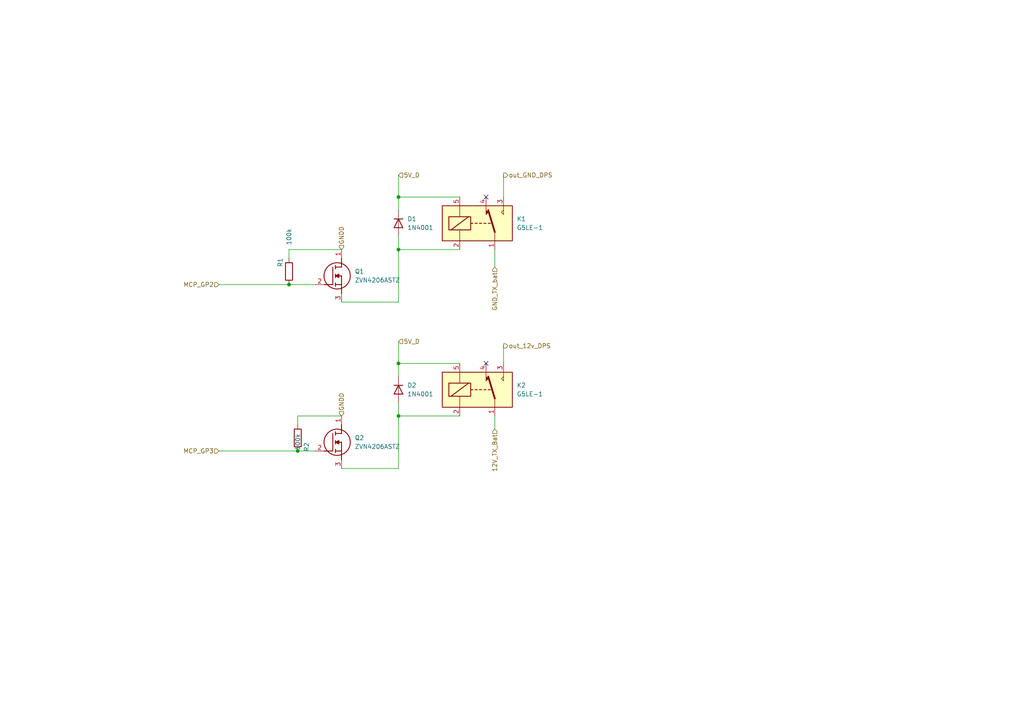
<source format=kicad_sch>
(kicad_sch (version 20230121) (generator eeschema)
  (paper "A4")
  (title_block (title "Relay_switch_dsp"))
  (lib_symbols
    (symbol "Device:R" (pin_numbers hide) (pin_names (offset 0))
      (property "Reference" "R" (at 2.032 0 90))
      (property "Value" "R" (at 0 0 90))
      (symbol "R_0_1"
        (rectangle (start -1.016 -2.54) (end 1.016 2.54) (stroke (width 0.254)))
      )
      (symbol "R_1_1"
        (pin passive line (at 0 3.81 270) (length 1.27) (name "~") (number "1"))
        (pin passive line (at 0 -3.81 90) (length 1.27) (name "~") (number "2"))
      )
    )
    (symbol "Diode:1N4001" (pin_numbers hide) (pin_names hide)
      (property "Reference" "D" (at 0 2.54 0))
      (property "Value" "1N4001" (at 0 -2.54 0))
      (symbol "1N4001_0_1"
        (polyline (pts (xy -1.27 1.27) (xy -1.27 -1.27)) (stroke (width 0.254)))
        (polyline (pts (xy 1.27 0) (xy -1.27 0)))
        (polyline (pts (xy 1.27 1.27) (xy 1.27 -1.27) (xy -1.27 0) (xy 1.27 1.27)) (stroke (width 0.254)))
      )
      (symbol "1N4001_1_1"
        (pin passive line (at -3.81 0 0) (length 2.54) (name "K") (number "1"))
        (pin passive line (at 3.81 0 180) (length 2.54) (name "A") (number "2"))
      )
    )
    (symbol "Relay:G5LE-1"
      (property "Reference" "K" (at 11.43 3.81 0))
      (property "Value" "G5LE-1" (at 11.43 1.27 0))
      (symbol "G5LE-1_0_0"
        (polyline (pts (xy 7.62 5.08) (xy 7.62 2.54) (xy 6.985 3.175) (xy 7.62 3.81)))
      )
      (symbol "G5LE-1_0_1"
        (rectangle (start -10.16 5.08) (end 10.16 -5.08) (stroke (width 0.254)) (fill (type background)))
        (rectangle (start -8.255 1.905) (end -1.905 -1.905) (stroke (width 0.254)))
        (polyline (pts (xy -7.62 -1.905) (xy -2.54 1.905)) (stroke (width 0.254)))
        (polyline (pts (xy -5.08 -5.08) (xy -5.08 -1.905)))
        (polyline (pts (xy -5.08 5.08) (xy -5.08 1.905)))
        (polyline (pts (xy -1.905 0) (xy -1.27 0)) (stroke (width 0.254)))
        (polyline (pts (xy -0.635 0) (xy 0 0)) (stroke (width 0.254)))
        (polyline (pts (xy 0.635 0) (xy 1.27 0)) (stroke (width 0.254)))
        (polyline (pts (xy 1.905 0) (xy 2.54 0)) (stroke (width 0.254)))
        (polyline (pts (xy 3.175 0) (xy 3.81 0)) (stroke (width 0.254)))
        (polyline (pts (xy 5.08 -2.54) (xy 3.175 3.81)) (stroke (width 0.508)))
        (polyline (pts (xy 5.08 -2.54) (xy 5.08 -5.08)))
        (polyline (pts (xy 2.54 5.08) (xy 2.54 2.54) (xy 3.175 3.175) (xy 2.54 3.81)) (fill (type outline)))
      )
      (symbol "G5LE-1_1_1"
        (pin passive line (at 5.08 -7.62 90) (length 2.54) (name "~") (number "1"))
        (pin passive line (at -5.08 -7.62 90) (length 2.54) (name "~") (number "2"))
        (pin passive line (at 7.62 7.62 270) (length 2.54) (name "~") (number "3"))
        (pin passive line (at 2.54 7.62 270) (length 2.54) (name "~") (number "4"))
        (pin passive line (at -5.08 7.62 270) (length 2.54) (name "~") (number "5"))
      )
    )
    (symbol "ZVN4206ASTZ:ZVN4206ASTZ" (pin_names hide)
      (property "Reference" "Q" (at 11.43 3.81 0))
      (property "Value" "ZVN4206ASTZ" (at 11.43 1.27 0))
      (symbol "ZVN4206ASTZ_1_1"
        (polyline (pts (xy 2.54 0) (xy 5.08 0)) (stroke (width 0.254)))
        (polyline (pts (xy 5.08 5.08) (xy 5.08 0)) (stroke (width 0.254)))
        (polyline (pts (xy 5.842 -0.508) (xy 5.842 0.508)) (stroke (width 0.254)))
        (polyline (pts (xy 5.842 0) (xy 7.62 0)) (stroke (width 0.254)))
        (polyline (pts (xy 5.842 2.032) (xy 5.842 3.048)) (stroke (width 0.254)))
        (polyline (pts (xy 5.842 5.588) (xy 5.842 4.572)) (stroke (width 0.254)))
        (polyline (pts (xy 7.62 2.54) (xy 5.842 2.54)) (stroke (width 0.254)))
        (polyline (pts (xy 7.62 2.54) (xy 7.62 -2.54)) (stroke (width 0.254)))
        (polyline (pts (xy 7.62 5.08) (xy 5.842 5.08)) (stroke (width 0.254)))
        (polyline (pts (xy 7.62 5.08) (xy 7.62 7.62)) (stroke (width 0.254)))
        (polyline (pts (xy 5.842 2.54) (xy 6.858 3.048) (xy 6.858 2.032) (xy 5.842 2.54)) (stroke (width 0.254)) (fill (type outline)))
        (circle (center 6.35 2.54) (radius 3.81) (stroke (width 0.254)))
        (pin passive line (at 7.62 10.16 270) (length 2.54) (name "D") (number "1"))
        (pin passive line (at 0 0 0) (length 2.54) (name "G") (number "2"))
        (pin passive line (at 7.62 -5.08 90) (length 2.54) (name "S") (number "3"))
      )
    )
  )
  (junction (at 115.57 120.65))
  (junction (at 115.57 57.15))
  (junction (at 115.57 105.41))
  (junction (at 83.82 82.55))
  (junction (at 115.57 72.39))
  (junction (at 86.36 130.81))
  (no_connect (at 140.97 57.15))
  (no_connect (at 140.97 105.41))
  (wire (pts (xy 146.05 50.8) (xy 146.05 57.15)))
  (wire (pts (xy 83.82 72.39) (xy 99.06 72.39)))
  (wire (pts (xy 115.57 120.65) (xy 133.35 120.65)))
  (wire (pts (xy 115.57 57.15) (xy 115.57 60.96)))
  (wire (pts (xy 99.06 87.63) (xy 115.57 87.63)))
  (wire (pts (xy 143.51 120.65) (xy 143.51 124.46)))
  (wire (pts (xy 115.57 135.89) (xy 115.57 120.65)))
  (wire (pts (xy 86.36 123.19) (xy 86.36 120.65)))
  (wire (pts (xy 115.57 87.63) (xy 115.57 72.39)))
  (wire (pts (xy 143.51 72.39) (xy 143.51 77.47)))
  (wire (pts (xy 115.57 99.06) (xy 115.57 105.41)))
  (wire (pts (xy 63.5 130.81) (xy 86.36 130.81)))
  (wire (pts (xy 83.82 82.55) (xy 91.44 82.55)))
  (wire (pts (xy 133.35 105.41) (xy 115.57 105.41)))
  (wire (pts (xy 63.5 82.55) (xy 83.82 82.55)))
  (wire (pts (xy 115.57 50.8) (xy 115.57 57.15)))
  (wire (pts (xy 146.05 100.33) (xy 146.05 105.41)))
  (wire (pts (xy 99.06 135.89) (xy 115.57 135.89)))
  (wire (pts (xy 115.57 105.41) (xy 115.57 109.22)))
  (wire (pts (xy 86.36 120.65) (xy 99.06 120.65)))
  (wire (pts (xy 115.57 68.58) (xy 115.57 72.39)))
  (wire (pts (xy 86.36 130.81) (xy 91.44 130.81)))
  (wire (pts (xy 133.35 57.15) (xy 115.57 57.15)))
  (wire (pts (xy 83.82 74.93) (xy 83.82 72.39)))
  (wire (pts (xy 115.57 72.39) (xy 133.35 72.39)))
  (wire (pts (xy 115.57 116.84) (xy 115.57 120.65)))
  (hierarchical_label "out_GND_DPS" (shape output) (at 146.05 50.8 0))
  (hierarchical_label "out_12v_DPS" (shape output) (at 146.05 100.33 0))
  (hierarchical_label "GNDD" (shape input) (at 99.06 120.65 90))
  (hierarchical_label "5V_D" (shape input) (at 115.57 99.06 0))
  (hierarchical_label "12V_TX_Bat" (shape input) (at 143.51 124.46 270))
  (hierarchical_label "5V_D" (shape input) (at 115.57 50.8 0))
  (hierarchical_label "MCP_GP2" (shape input) (at 63.5 82.55 180))
  (hierarchical_label "GND_TX_bat" (shape input) (at 143.51 77.47 270))
  (hierarchical_label "GNDD" (shape input) (at 99.06 72.39 90))
  (hierarchical_label "MCP_GP3" (shape input) (at 63.5 130.81 180))
  (symbol (lib_id "ZVN4206ASTZ:ZVN4206ASTZ") (at 91.44 130.81 0) (unit 1)
    (property "Reference" "Q2" (at 102.87 127 0) (effects (justify left)))
    (property "Value" "ZVN4206ASTZ" (at 102.87 129.54 0) (effects (justify left)))
    (property "Footprint" "Package_TO_SOT_THT:TO-92L_Wide" (effects hide))
    (property "Datasheet" "https://www.diodes.com/assets/Datasheets/ZVN4206A.pdf" (effects hide))
    (property "Description" "N-Channel 60 V 600mA (Ta) 700mW (Ta) Through Hole E-Line (TO-92 compatible)" (effects hide))
    (property "Height" "4.01" (effects hide))
    (property "Manufacturer_Name" "Diodes Incorporated" (effects hide))
    (property "Manufacturer_Part_Number" "ZVN4206ASTZ" (effects hide))
    (property "Mouser Part Number" "522-ZVN4206ASTZ" (effects hide))
    (property "Mouser Price/Stock" "https://www.mouser.co.uk/ProductDetail/Diodes-Incorporated/ZVN4206ASTZ?qs=OlC7AqGiEDlGIiNe7stL%252BQ%3D%3D" (effects hide))
    (property "Arrow Part Number" "ZVN4206ASTZ" (effects hide))
    (property "Arrow Price/Stock" "https://www.arrow.com/en/products/zvn4206astz/diodes-incorporated?region=nac" (effects hide))
  )
  (symbol (lib_id "Relay:G5LE-1") (at 138.43 64.77 0) (unit 1)
    (property "Reference" "K1" (at 149.86 63.4999 0) (effects (justify left)))
    (property "Value" "G5LE-1" (at 149.86 66.0399 0) (effects (justify left)))
    (property "Footprint" "Relay_THT:Relay_SPDT_Omron-G5LE-1" (effects hide))
    (property "Datasheet" "http://www.omron.com/ecb/products/pdf/en-g5le.pdf" (effects hide))
    (property "Description" "Relay analog 5V power (G5LE-1)" (effects hide))
  )
  (symbol (lib_id "Relay:G5LE-1") (at 138.43 113.03 0) (unit 1)
    (property "Reference" "K2" (at 149.86 111.7599 0) (effects (justify left)))
    (property "Value" "G5LE-1" (at 149.86 114.2999 0) (effects (justify left)))
    (property "Footprint" "Relay_THT:Relay_SPDT_Omron-G5LE-1" (effects hide))
    (property "Datasheet" "http://www.omron.com/ecb/products/pdf/en-g5le.pdf" (effects hide))
    (property "Description" "Relay analog 5V power (G5LE-1)" (effects hide))
  )
  (symbol (lib_id "Diode:1N4001") (at 115.57 113.03 270) (unit 1)
    (property "Reference" "D2" (at 118.11 111.76 90) (effects (justify left)))
    (property "Value" "1N4001" (at 118.11 114.3 90) (effects (justify left)))
    (property "Footprint" "Diode_THT:D_DO-41_SOD81_P10.16mm_Horizontal" (effects hide))
    (property "Datasheet" "http://www.vishay.com/docs/88503/1n4001.pdf" (effects hide))
    (property "Description" "Diode DO41" (effects hide))
    (property "Sim.Device" "D" (effects hide))
    (property "Sim.Pins" "1=K 2=A" (effects hide))
  )
  (symbol (lib_id "ZVN4206ASTZ:ZVN4206ASTZ") (at 91.44 82.55 0) (unit 1)
    (property "Reference" "Q1" (at 102.87 78.74 0) (effects (justify left)))
    (property "Value" "ZVN4206ASTZ" (at 102.87 81.28 0) (effects (justify left)))
    (property "Footprint" "Package_TO_SOT_THT:TO-92L_Wide" (effects hide))
    (property "Datasheet" "https://www.diodes.com/assets/Datasheets/ZVN4206A.pdf" (effects hide))
    (property "Description" "N-Channel 60 V 600mA (Ta) 700mW (Ta) Through Hole E-Line (TO-92 compatible)" (effects hide))
    (property "Height" "4.01" (effects hide))
    (property "Manufacturer_Name" "Diodes Incorporated" (effects hide))
    (property "Manufacturer_Part_Number" "ZVN4206ASTZ" (effects hide))
    (property "Mouser Part Number" "522-ZVN4206ASTZ" (effects hide))
    (property "Mouser Price/Stock" "https://www.mouser.co.uk/ProductDetail/Diodes-Incorporated/ZVN4206ASTZ?qs=OlC7AqGiEDlGIiNe7stL%252BQ%3D%3D" (effects hide))
    (property "Arrow Part Number" "ZVN4206ASTZ" (effects hide))
    (property "Arrow Price/Stock" "https://www.arrow.com/en/products/zvn4206astz/diodes-incorporated?region=nac" (effects hide))
  )
  (symbol (lib_id "Diode:1N4001") (at 115.57 64.77 270) (unit 1)
    (property "Reference" "D1" (at 118.11 63.5 90) (effects (justify left)))
    (property "Value" "1N4001" (at 118.11 66.04 90) (effects (justify left)))
    (property "Footprint" "Diode_THT:D_DO-41_SOD81_P10.16mm_Horizontal" (effects hide))
    (property "Datasheet" "http://www.vishay.com/docs/88503/1n4001.pdf" (effects hide))
    (property "Description" "Diode DO41" (effects hide))
    (property "Sim.Device" "D" (effects hide))
    (property "Sim.Pins" "1=K 2=A" (effects hide))
  )
  (symbol (lib_id "Device:R") (at 83.82 78.74 0) (unit 1)
    (property "Reference" "R1" (at 81.28 77.47 90) (effects (justify left)))
    (property "Value" "100k" (at 83.82 71.12 90) (effects (justify left)))
    (property "Footprint" "Resistor_THT:R_Axial_DIN0207_L6.3mm_D2.5mm_P7.62mm_Horizontal" (effects hide))
    (property "Description" "100 kohms resistor" (effects hide))
  )
  (symbol (lib_id "Device:R") (at 86.36 127 180) (unit 1)
    (property "Reference" "R2" (at 88.9 128.27 90) (effects (justify left)))
    (property "Value" "100k" (at 86.36 125.73 90) (effects (justify left)))
    (property "Footprint" "Resistor_THT:R_Axial_DIN0207_L6.3mm_D2.5mm_P7.62mm_Horizontal" (effects hide))
    (property "Description" "100 kohms resistor" (effects hide))
  )
)
</source>
